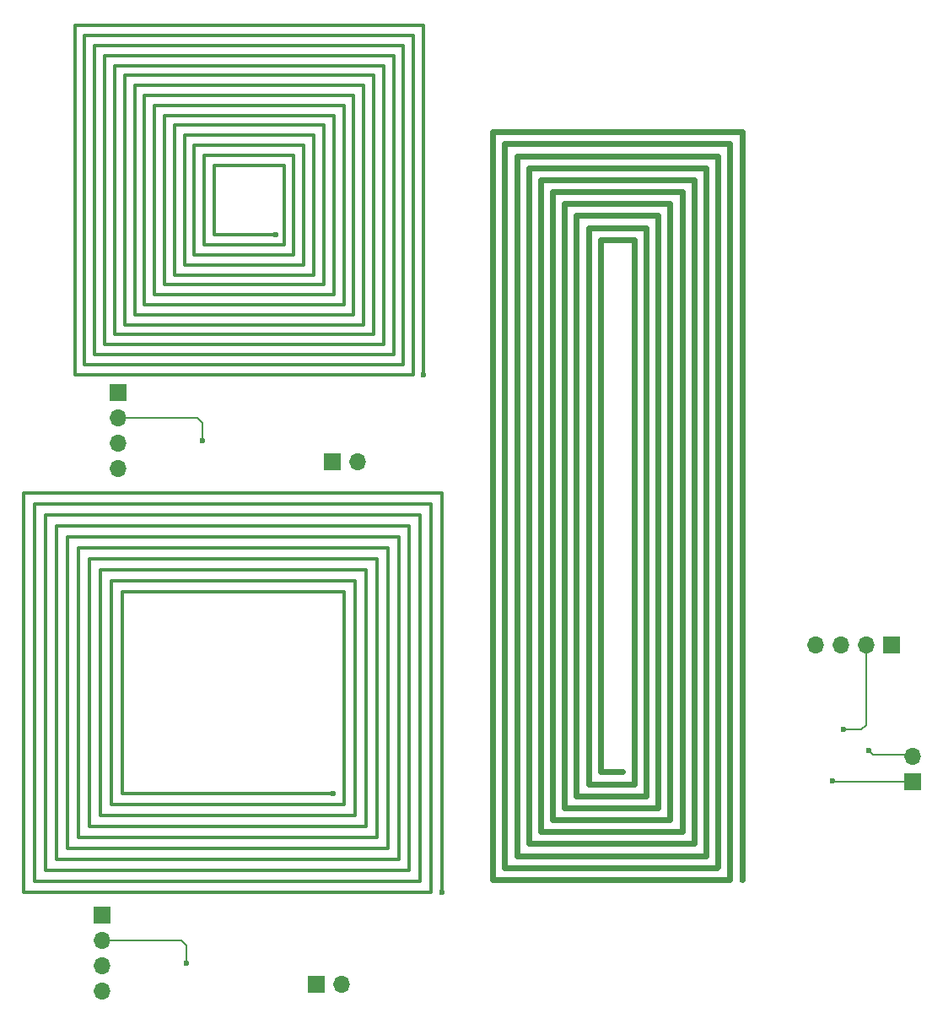
<source format=gbr>
%TF.GenerationSoftware,KiCad,Pcbnew,8.0.9-8.0.9-0~ubuntu22.04.1*%
%TF.CreationDate,2025-03-21T15:09:18+07:00*%
%TF.ProjectId,Rfid_PCB,52666964-5f50-4434-922e-6b696361645f,rev?*%
%TF.SameCoordinates,Original*%
%TF.FileFunction,Copper,L2,Bot*%
%TF.FilePolarity,Positive*%
%FSLAX46Y46*%
G04 Gerber Fmt 4.6, Leading zero omitted, Abs format (unit mm)*
G04 Created by KiCad (PCBNEW 8.0.9-8.0.9-0~ubuntu22.04.1) date 2025-03-21 15:09:18*
%MOMM*%
%LPD*%
G01*
G04 APERTURE LIST*
%TA.AperFunction,ComponentPad*%
%ADD10O,1.700000X1.700000*%
%TD*%
%TA.AperFunction,ComponentPad*%
%ADD11R,1.700000X1.700000*%
%TD*%
%TA.AperFunction,ViaPad*%
%ADD12C,0.600000*%
%TD*%
%TA.AperFunction,Conductor*%
%ADD13C,0.200000*%
%TD*%
%TA.AperFunction,Conductor*%
%ADD14C,0.300000*%
%TD*%
%TA.AperFunction,Conductor*%
%ADD15C,0.600000*%
%TD*%
G04 APERTURE END LIST*
D10*
%TO.P,REF\u002A\u002A,2*%
%TO.N,N/C*%
X159350000Y-132455000D03*
D11*
%TO.P,REF\u002A\u002A,1*%
X159350000Y-134995000D03*
%TD*%
D10*
%TO.P,REF\u002A\u002A,4*%
%TO.N,N/C*%
X149620000Y-121340000D03*
%TO.P,REF\u002A\u002A,3*%
X152160000Y-121340000D03*
%TO.P,REF\u002A\u002A,2*%
X154700000Y-121340000D03*
D11*
%TO.P,REF\u002A\u002A,1*%
X157240000Y-121340000D03*
%TD*%
%TO.P,,1*%
%TO.N,N/C*%
X157240000Y-121340000D03*
%TD*%
D10*
%TO.P,REF\u002A\u002A,2*%
%TO.N,N/C*%
X102015000Y-155370000D03*
D11*
%TO.P,REF\u002A\u002A,1*%
X99475000Y-155370000D03*
%TD*%
D10*
%TO.P,REF\u002A\u002A,4*%
%TO.N,N/C*%
X77965000Y-156040000D03*
%TO.P,REF\u002A\u002A,3*%
X77965000Y-153500000D03*
%TO.P,REF\u002A\u002A,2*%
X77965000Y-150960000D03*
D11*
%TO.P,REF\u002A\u002A,1*%
X77965000Y-148420000D03*
%TD*%
%TO.P,,1*%
%TO.N,N/C*%
X77965000Y-148420000D03*
%TD*%
%TO.P,REF\u002A\u002A,1*%
%TO.N,N/C*%
X101070000Y-102960000D03*
D10*
%TO.P,REF\u002A\u002A,2*%
X103610000Y-102960000D03*
%TD*%
D11*
%TO.P,REF\u002A\u002A,1*%
%TO.N,N/C*%
X79560000Y-96010000D03*
D10*
%TO.P,REF\u002A\u002A,2*%
X79560000Y-98550000D03*
%TO.P,REF\u002A\u002A,3*%
X79560000Y-101090000D03*
%TO.P,REF\u002A\u002A,4*%
X79560000Y-103630000D03*
%TD*%
D12*
%TO.N,*%
X151340000Y-134960000D03*
X154920000Y-131920000D03*
X130270000Y-134060000D03*
X142210000Y-144860000D03*
X101170000Y-136220000D03*
X112150000Y-146110000D03*
X152400000Y-129830000D03*
X86455000Y-153260000D03*
X88050000Y-100850000D03*
X95440000Y-80200000D03*
X110250000Y-94200000D03*
%TD*%
D13*
%TO.N,*%
X151340000Y-134960000D02*
X151375000Y-134995000D01*
X151375000Y-134995000D02*
X159350000Y-134995000D01*
X154920000Y-131920000D02*
X155350000Y-132350000D01*
X155350000Y-132350000D02*
X159700000Y-132350000D01*
X154220000Y-129830000D02*
X154700000Y-129350000D01*
X154700000Y-129350000D02*
X154700000Y-121340000D01*
X152400000Y-129830000D02*
X154220000Y-129830000D01*
X86455000Y-151440000D02*
X85975000Y-150960000D01*
X85975000Y-150960000D02*
X77965000Y-150960000D01*
X86455000Y-153260000D02*
X86455000Y-151440000D01*
X88050000Y-100850000D02*
X88050000Y-99030000D01*
X88050000Y-99030000D02*
X87570000Y-98550000D01*
X87570000Y-98550000D02*
X79560000Y-98550000D01*
D14*
X101160000Y-136210000D02*
X101170000Y-136220000D01*
X80050000Y-136210000D02*
X101160000Y-136210000D01*
X105550000Y-139390000D02*
X105550000Y-112710000D01*
X103350000Y-114910000D02*
X78950000Y-114910000D01*
X105550000Y-112710000D02*
X76750000Y-112710000D01*
X76750000Y-112710000D02*
X76750000Y-139510000D01*
X76750000Y-139510000D02*
X104450000Y-139510000D01*
X104450000Y-139510000D02*
X104450000Y-113810000D01*
X104450000Y-113810000D02*
X77850000Y-113810000D01*
X77850000Y-113810000D02*
X77850000Y-138410000D01*
X77850000Y-138410000D02*
X103350000Y-138410000D01*
X78950000Y-114910000D02*
X78950000Y-137310000D01*
X103350000Y-138410000D02*
X103350000Y-114910000D01*
X78950000Y-137310000D02*
X102240000Y-137310000D01*
X102240000Y-137310000D02*
X102250000Y-137300000D01*
X102250000Y-116010000D02*
X80050000Y-116010000D01*
X102250000Y-137300000D02*
X102250000Y-116010000D01*
X80050000Y-116010000D02*
X80050000Y-136210000D01*
X74550000Y-110510000D02*
X74550000Y-141710000D01*
X107750000Y-110510000D02*
X74550000Y-110510000D01*
X107750000Y-142810000D02*
X107750000Y-110510000D01*
X73450000Y-142810000D02*
X107750000Y-142810000D01*
X73450000Y-109410000D02*
X73450000Y-142810000D01*
X106650000Y-141710000D02*
X106650000Y-111610000D01*
X108850000Y-109410000D02*
X73450000Y-109410000D01*
X72350000Y-143910000D02*
X108850000Y-143910000D01*
X74550000Y-141710000D02*
X106650000Y-141710000D01*
X108850000Y-143910000D02*
X108850000Y-109410000D01*
X72350000Y-108310000D02*
X72350000Y-143910000D01*
X109950000Y-108310000D02*
X72350000Y-108310000D01*
X109950000Y-143480000D02*
X109950000Y-108310000D01*
X106650000Y-111610000D02*
X75650000Y-111610000D01*
X75650000Y-111610000D02*
X75650000Y-140610000D01*
X75650000Y-140610000D02*
X105550000Y-140610000D01*
X105550000Y-140610000D02*
X105550000Y-139390000D01*
X105550000Y-139510000D02*
X105550000Y-139390000D01*
X112150000Y-146110000D02*
X112150000Y-106110000D01*
X109950000Y-145010000D02*
X109950000Y-143480000D01*
X112150000Y-106110000D02*
X70150000Y-106110000D01*
X71250000Y-107210000D02*
X71250000Y-145010000D01*
X70150000Y-106110000D02*
X70150000Y-146110000D01*
X71250000Y-145010000D02*
X109950000Y-145010000D01*
X70150000Y-146110000D02*
X111050000Y-146110000D01*
X111050000Y-146110000D02*
X111050000Y-107210000D01*
X111050000Y-107210000D02*
X71250000Y-107210000D01*
X109950000Y-143910000D02*
X109950000Y-143480000D01*
X89250000Y-80200000D02*
X95440000Y-80200000D01*
X101250000Y-86200000D02*
X101250000Y-68200000D01*
X83250000Y-86200000D02*
X101250000Y-86200000D01*
X98220000Y-83200000D02*
X98250000Y-83170000D01*
X102250000Y-67200000D02*
X83250000Y-67200000D01*
X77250000Y-61200000D02*
X77250000Y-92200000D01*
X83250000Y-67200000D02*
X83250000Y-86200000D01*
X86250000Y-83200000D02*
X98220000Y-83200000D01*
X102250000Y-87200000D02*
X102250000Y-67200000D01*
X108250000Y-61200000D02*
X77250000Y-61200000D01*
X82250000Y-87200000D02*
X102250000Y-87200000D01*
X108250000Y-91950000D02*
X108250000Y-61200000D01*
X103250000Y-66200000D02*
X82250000Y-66200000D01*
X82250000Y-66200000D02*
X82250000Y-87200000D01*
X103250000Y-88200000D02*
X103250000Y-66200000D01*
X81250000Y-88200000D02*
X103250000Y-88200000D01*
X104250000Y-65200000D02*
X81250000Y-65200000D01*
X81250000Y-65200000D02*
X81250000Y-88200000D01*
X104250000Y-89200000D02*
X104250000Y-65200000D01*
X80250000Y-89200000D02*
X104250000Y-89200000D01*
X105250000Y-64200000D02*
X80250000Y-64200000D01*
X77250000Y-92200000D02*
X107250000Y-92200000D01*
X107250000Y-92200000D02*
X107250000Y-62200000D01*
X107250000Y-62200000D02*
X78250000Y-62200000D01*
X78250000Y-62200000D02*
X78250000Y-91200000D01*
X78250000Y-91200000D02*
X106250000Y-91200000D01*
X106250000Y-63200000D02*
X79250000Y-63200000D01*
X106250000Y-91200000D02*
X106250000Y-63200000D01*
X79250000Y-63200000D02*
X79250000Y-90200000D01*
X79250000Y-90200000D02*
X105250000Y-90200000D01*
X80250000Y-64200000D02*
X80250000Y-89200000D01*
X105250000Y-90200000D02*
X105250000Y-64200000D01*
X101250000Y-68200000D02*
X84250000Y-68200000D01*
X84250000Y-68200000D02*
X84250000Y-85200000D01*
X87250000Y-71200000D02*
X87250000Y-82200000D01*
X84250000Y-85200000D02*
X100250000Y-85200000D01*
X87250000Y-82200000D02*
X97250000Y-82200000D01*
X100250000Y-85200000D02*
X100250000Y-69200000D01*
X100250000Y-69200000D02*
X85250000Y-69200000D01*
X85250000Y-69200000D02*
X85250000Y-84200000D01*
X88250000Y-72200000D02*
X88250000Y-81200000D01*
X85250000Y-84200000D02*
X99230000Y-84200000D01*
X88250000Y-81200000D02*
X96230000Y-81200000D01*
X99230000Y-84200000D02*
X99250000Y-84180000D01*
X99250000Y-84180000D02*
X99250000Y-70200000D01*
X99250000Y-70200000D02*
X86250000Y-70200000D01*
X86250000Y-70200000D02*
X86250000Y-83200000D01*
X98250000Y-83170000D02*
X98250000Y-71200000D01*
X98250000Y-71200000D02*
X87250000Y-71200000D01*
X97250000Y-82200000D02*
X97250000Y-72200000D01*
X97250000Y-72200000D02*
X88250000Y-72200000D01*
X96230000Y-81200000D02*
X96250000Y-81180000D01*
X96250000Y-81180000D02*
X96250000Y-73200000D01*
X96250000Y-73200000D02*
X89250000Y-73200000D01*
X89250000Y-73200000D02*
X89250000Y-80200000D01*
X110250000Y-94200000D02*
X110250000Y-59200000D01*
X110250000Y-59200000D02*
X75250000Y-59200000D01*
X75250000Y-59200000D02*
X75250000Y-94200000D01*
X75250000Y-94200000D02*
X109250000Y-94200000D01*
X109250000Y-94200000D02*
X109250000Y-60200000D01*
X109250000Y-60200000D02*
X76250000Y-60200000D01*
X76250000Y-60200000D02*
X76250000Y-93200000D01*
X76250000Y-93200000D02*
X108250000Y-93200000D01*
X108250000Y-93200000D02*
X108250000Y-91950000D01*
X108250000Y-92200000D02*
X108250000Y-91950000D01*
D15*
X123210000Y-138860000D02*
X134980000Y-138860000D01*
X123210000Y-75860000D02*
X123210000Y-138860000D01*
X136200000Y-75860000D02*
X123210000Y-75860000D01*
X125610000Y-136460000D02*
X132610000Y-136460000D01*
X136200000Y-140050000D02*
X136200000Y-75860000D01*
X136190000Y-140060000D02*
X136200000Y-140050000D01*
X137410000Y-74660000D02*
X122010000Y-74660000D01*
X122010000Y-140060000D02*
X136190000Y-140060000D01*
X141010000Y-144810000D02*
X141010000Y-71060000D01*
X120810000Y-73460000D02*
X120810000Y-141260000D01*
X118410000Y-71060000D02*
X118410000Y-143660000D01*
X138610000Y-73460000D02*
X120810000Y-73460000D01*
X138610000Y-142420000D02*
X138610000Y-73460000D01*
X138570000Y-142460000D02*
X138610000Y-142420000D01*
X133810000Y-78260000D02*
X125610000Y-78260000D01*
X119610000Y-142460000D02*
X138570000Y-142460000D01*
X137410000Y-141260000D02*
X137410000Y-74660000D01*
X142210000Y-144860000D02*
X142210000Y-69860000D01*
X142210000Y-69860000D02*
X117210000Y-69860000D01*
X117210000Y-144860000D02*
X140960000Y-144860000D01*
X141010000Y-71060000D02*
X118410000Y-71060000D01*
X139810000Y-72260000D02*
X119610000Y-72260000D01*
X132610000Y-79460000D02*
X126810000Y-79460000D01*
X140960000Y-144860000D02*
X141010000Y-144810000D01*
X134980000Y-138860000D02*
X135010000Y-138830000D01*
X122010000Y-74660000D02*
X122010000Y-140060000D01*
X139810000Y-143600000D02*
X139810000Y-72260000D01*
X119610000Y-72260000D02*
X119610000Y-142460000D01*
X124410000Y-77060000D02*
X124410000Y-137660000D01*
X117210000Y-69860000D02*
X117210000Y-144860000D01*
X120810000Y-141260000D02*
X137410000Y-141260000D01*
X139750000Y-143660000D02*
X139810000Y-143600000D01*
X118410000Y-143660000D02*
X139750000Y-143660000D01*
X133810000Y-137620000D02*
X133810000Y-78260000D01*
X135010000Y-138830000D02*
X135010000Y-77060000D01*
X135010000Y-77060000D02*
X124410000Y-77060000D01*
X125610000Y-78260000D02*
X125610000Y-136460000D01*
X124410000Y-137660000D02*
X133770000Y-137660000D01*
X133770000Y-137660000D02*
X133810000Y-137620000D01*
X132610000Y-136460000D02*
X132610000Y-79460000D01*
X128010000Y-134060000D02*
X130270000Y-134060000D01*
X126810000Y-79460000D02*
X126810000Y-135260000D01*
X126810000Y-135260000D02*
X131410000Y-135260000D01*
X131410000Y-135260000D02*
X131410000Y-80660000D01*
X131410000Y-80660000D02*
X128010000Y-80660000D01*
X128010000Y-80660000D02*
X128010000Y-134060000D01*
%TD*%
M02*

</source>
